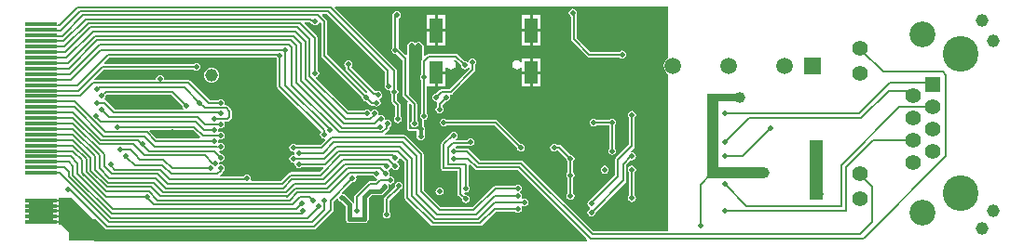
<source format=gbl>
G04*
G04 #@! TF.GenerationSoftware,Altium Limited,Altium Designer,18.1.7 (191)*
G04*
G04 Layer_Physical_Order=2*
G04 Layer_Color=16711680*
%FSLAX44Y44*%
%MOMM*%
G71*
G01*
G75*
%ADD11C,0.2000*%
%ADD13C,0.1500*%
%ADD88C,0.4000*%
%ADD125C,1.3980*%
%ADD126C,2.3550*%
%ADD127C,3.2500*%
%ADD128R,1.3980X1.3980*%
%ADD129C,1.5080*%
%ADD130R,1.5080X1.5080*%
%ADD131C,1.1520*%
%ADD132R,1.2000X2.0000*%
%ADD133R,1.2000X2.3000*%
%ADD134C,0.5080*%
%ADD135C,1.0000*%
%ADD136R,3.0000X0.3500*%
%ADD137R,3.2000X0.7000*%
%ADD138R,0.4000X0.9000*%
%ADD139R,1.5000X3.1000*%
%ADD140R,2.3000X2.1000*%
%ADD141R,1.0000X7.5000*%
%ADD142R,4.4000X1.0000*%
%ADD143R,1.3000X5.4000*%
%ADD144R,37.7000X1.0000*%
G36*
X399448Y454448D02*
X399451Y454446D01*
Y429000D01*
X399645Y428024D01*
X400198Y427198D01*
X438778Y388617D01*
X439448Y387552D01*
X438665Y386381D01*
X438391Y385000D01*
X438665Y383619D01*
X439448Y382448D01*
X440619Y381665D01*
X442000Y381391D01*
X442050Y381401D01*
X443481Y380390D01*
X443521Y380126D01*
X438944Y375549D01*
X416554D01*
X416552Y375552D01*
X415381Y376335D01*
X414000Y376609D01*
X412619Y376335D01*
X411448Y375552D01*
X410665Y374381D01*
X410391Y373000D01*
X410665Y371619D01*
X411448Y370448D01*
X412619Y369665D01*
X414000Y369391D01*
X414129Y369416D01*
X415118Y368545D01*
Y367455D01*
X414129Y366584D01*
X414000Y366609D01*
X412619Y366335D01*
X411448Y365552D01*
X410665Y364381D01*
X410391Y363000D01*
X410665Y361619D01*
X411448Y360448D01*
X412619Y359665D01*
X414000Y359391D01*
X414388Y359468D01*
X415468Y358388D01*
X415391Y358000D01*
X415665Y356619D01*
X416448Y355448D01*
X417619Y354665D01*
X419000Y354391D01*
X420381Y354665D01*
X421552Y355448D01*
X421554Y355451D01*
X441187D01*
X441673Y354278D01*
X437944Y350549D01*
X412000D01*
X411025Y350355D01*
X410198Y349802D01*
X402944Y342549D01*
X375971D01*
X375374Y343819D01*
X375609Y345000D01*
X375335Y346381D01*
X374552Y347552D01*
X373381Y348335D01*
X372000Y348609D01*
X370619Y348335D01*
X369448Y347552D01*
X368778Y346549D01*
X347950D01*
X347424Y347819D01*
X349802Y350198D01*
X350355Y351025D01*
X350422Y351361D01*
X350552Y351448D01*
X351335Y352619D01*
X351609Y354000D01*
X351335Y355381D01*
X350552Y356552D01*
X349381Y357335D01*
X348000Y357609D01*
X347612Y357532D01*
X346532Y358612D01*
X346609Y359000D01*
X346532Y359388D01*
X347612Y360468D01*
X348000Y360391D01*
X349381Y360665D01*
X350552Y361448D01*
X351335Y362619D01*
X351609Y364000D01*
X351335Y365381D01*
X350552Y366552D01*
X349381Y367335D01*
X348000Y367609D01*
X347996Y367609D01*
X346479Y369125D01*
X346519Y369390D01*
X347950Y370401D01*
X348000Y370391D01*
X349381Y370665D01*
X350552Y371448D01*
X351335Y372619D01*
X351609Y374000D01*
X351335Y375381D01*
X350552Y376552D01*
X349381Y377335D01*
X348000Y377609D01*
X346619Y377335D01*
X346505Y377259D01*
X345423Y378063D01*
X345609Y379000D01*
X345423Y379937D01*
X346505Y380741D01*
X346619Y380665D01*
X348000Y380391D01*
X349381Y380665D01*
X350552Y381448D01*
X351335Y382619D01*
X351609Y384000D01*
X351335Y385381D01*
X350552Y386552D01*
X349381Y387335D01*
X348000Y387609D01*
X346619Y387335D01*
X346505Y387259D01*
X345423Y388063D01*
X345609Y389000D01*
X345423Y389937D01*
X346505Y390741D01*
X346619Y390665D01*
X348000Y390391D01*
X349381Y390665D01*
X350552Y391448D01*
X351335Y392619D01*
X351609Y394000D01*
X351374Y395181D01*
X351971Y396451D01*
X354000D01*
X354976Y396645D01*
X355802Y397198D01*
X357802Y399198D01*
X358355Y400024D01*
X358549Y401000D01*
Y406000D01*
X358355Y406976D01*
X357802Y407802D01*
X354802Y410802D01*
X353975Y411355D01*
X353000Y411549D01*
X351970D01*
X351374Y412819D01*
X351609Y414000D01*
X351335Y415381D01*
X350552Y416552D01*
X349381Y417335D01*
X348000Y417609D01*
X346619Y417335D01*
X345448Y416552D01*
X345446Y416549D01*
X338056D01*
X320802Y433802D01*
X319975Y434355D01*
X319000Y434549D01*
X297616D01*
X296573Y435819D01*
X296609Y436000D01*
X296335Y437381D01*
X295552Y438552D01*
X294381Y439335D01*
X293000Y439609D01*
X291619Y439335D01*
X290448Y438552D01*
X289665Y437381D01*
X289391Y436000D01*
X289427Y435819D01*
X288384Y434549D01*
X233950D01*
X233424Y435819D01*
X242056Y444451D01*
X323446D01*
X323448Y444448D01*
X324619Y443665D01*
X326000Y443391D01*
X327381Y443665D01*
X328552Y444448D01*
X329335Y445619D01*
X329609Y447000D01*
X329335Y448381D01*
X328552Y449552D01*
X327381Y450335D01*
X326000Y450609D01*
X324619Y450335D01*
X323448Y449552D01*
X323446Y449549D01*
X242813D01*
X242327Y450722D01*
X247056Y455451D01*
X398778D01*
X399448Y454448D01*
D02*
G37*
G36*
X313391Y411004D02*
X313391Y411000D01*
X313665Y409619D01*
X314200Y408819D01*
X313717Y407638D01*
X313637Y407549D01*
X252056D01*
X243802Y415802D01*
X243089Y416279D01*
X242920Y416646D01*
X242721Y417701D01*
X243335Y418619D01*
X243609Y420000D01*
X243609Y420004D01*
X245056Y421451D01*
X302944D01*
X313391Y411004D01*
D02*
G37*
G36*
X755000Y502000D02*
Y455184D01*
X754893Y455140D01*
X753109Y453771D01*
X751740Y451987D01*
X750880Y449909D01*
X750586Y447680D01*
X750880Y445451D01*
X751740Y443373D01*
X753109Y441589D01*
X754893Y440220D01*
X755000Y440176D01*
X755000Y296549D01*
X687056D01*
X622802Y360802D01*
X621976Y361355D01*
X621000Y361549D01*
X621000Y361549D01*
X584056D01*
X573802Y371802D01*
X572976Y372355D01*
X572000Y372549D01*
X562601D01*
X561900Y373181D01*
X562226Y374451D01*
X574000D01*
X574348Y374520D01*
X575000Y374391D01*
X576381Y374665D01*
X577552Y375448D01*
X578335Y376619D01*
X578609Y378000D01*
X578335Y379381D01*
X577552Y380552D01*
X576381Y381335D01*
X575000Y381609D01*
X573619Y381335D01*
X572448Y380552D01*
X571777Y379549D01*
X561822D01*
X561762Y379701D01*
X561611Y380819D01*
X562552Y381448D01*
X563335Y382619D01*
X563609Y384000D01*
X563335Y385381D01*
X562552Y386552D01*
X561381Y387335D01*
X560000Y387609D01*
X558619Y387335D01*
X557448Y386552D01*
X556665Y385381D01*
X556638Y385243D01*
X549198Y377802D01*
X548645Y376976D01*
X548451Y376000D01*
Y354000D01*
X548645Y353025D01*
X549198Y352198D01*
X550025Y351645D01*
X551000Y351451D01*
X563451D01*
Y331000D01*
X563645Y330024D01*
X564198Y329198D01*
X567392Y326004D01*
X567391Y326000D01*
X567665Y324619D01*
X568448Y323448D01*
X569619Y322665D01*
X571000Y322391D01*
X572381Y322665D01*
X573552Y323448D01*
X574335Y324619D01*
X574609Y326000D01*
X574335Y327381D01*
X573552Y328552D01*
X572381Y329334D01*
X571000Y329609D01*
X570996Y329608D01*
X569479Y331125D01*
X569520Y331414D01*
X570916Y332407D01*
X571000Y332391D01*
X572381Y332665D01*
X573552Y333448D01*
X574335Y334619D01*
X574609Y336000D01*
X574335Y337381D01*
X573552Y338552D01*
X573549Y338554D01*
Y357050D01*
X574819Y357576D01*
X579198Y353198D01*
X580024Y352645D01*
X581000Y352451D01*
X617944D01*
X681375Y289020D01*
X680849Y287750D01*
X233000Y287750D01*
Y295000D01*
X211000Y295000D01*
X203000Y303000D01*
X201000D01*
Y327000D01*
X213000D01*
X233000Y307000D01*
Y307736D01*
X234173Y308222D01*
X243198Y299198D01*
X244025Y298645D01*
X245000Y298451D01*
X432839D01*
X433814Y298645D01*
X434641Y299198D01*
X449802Y314359D01*
X450355Y315186D01*
X450549Y316161D01*
Y323944D01*
X453180Y326575D01*
X454558Y326157D01*
X454665Y325619D01*
X455448Y324448D01*
X456619Y323665D01*
X457454Y323499D01*
X461431Y319522D01*
Y308000D01*
X461703Y306634D01*
X462477Y305477D01*
X463634Y304703D01*
X465000Y304431D01*
X479000D01*
X480366Y304703D01*
X481523Y305477D01*
X482297Y306634D01*
X482569Y308000D01*
Y326522D01*
X485478Y329431D01*
X493000D01*
X494366Y329703D01*
X495523Y330477D01*
X499378Y334332D01*
X499552Y334448D01*
X500335Y335619D01*
X500609Y337000D01*
X500335Y338381D01*
X500259Y338495D01*
X501063Y339577D01*
X502000Y339391D01*
X503381Y339665D01*
X504552Y340448D01*
X505335Y341619D01*
X505609Y343000D01*
X505335Y344381D01*
X504552Y345552D01*
X503381Y346335D01*
X502165Y346576D01*
X501704Y347155D01*
X501366Y347778D01*
X501609Y349000D01*
X501335Y350381D01*
X500637Y351425D01*
X500578Y351711D01*
X500777Y352930D01*
X501552Y353448D01*
X502335Y354619D01*
X502353Y354709D01*
X503647D01*
X503665Y354619D01*
X504448Y353448D01*
X505619Y352665D01*
X507000Y352391D01*
X508381Y352665D01*
X509552Y353448D01*
X510335Y354619D01*
X510609Y356000D01*
X510335Y357381D01*
X509552Y358552D01*
X508381Y359335D01*
X508291Y359353D01*
Y360647D01*
X508381Y360665D01*
X509552Y361448D01*
X510335Y362619D01*
X510442Y363157D01*
X511820Y363575D01*
X515451Y359944D01*
Y327000D01*
X515645Y326025D01*
X516198Y325198D01*
X539198Y302198D01*
X540024Y301645D01*
X541000Y301451D01*
X584000D01*
X584976Y301645D01*
X585802Y302198D01*
X598056Y314451D01*
X615446D01*
X615448Y314448D01*
X616619Y313665D01*
X618000Y313391D01*
X619381Y313665D01*
X620552Y314448D01*
X621335Y315619D01*
X621609Y317000D01*
X621335Y318381D01*
X622003Y319667D01*
X622423Y319796D01*
X622619Y319665D01*
X624000Y319391D01*
X625381Y319665D01*
X626552Y320448D01*
X627335Y321619D01*
X627609Y323000D01*
X627335Y324381D01*
X626552Y325552D01*
X625381Y326335D01*
X624000Y326609D01*
X622619Y326335D01*
X622423Y326204D01*
X622003Y326333D01*
X621335Y327619D01*
X621609Y329000D01*
X621335Y330381D01*
X620552Y331552D01*
X620277Y331736D01*
Y333264D01*
X620552Y333448D01*
X621335Y334619D01*
X621609Y336000D01*
X621335Y337381D01*
X620552Y338552D01*
X619381Y339335D01*
X618000Y339609D01*
X616619Y339335D01*
X615448Y338552D01*
X615446Y338549D01*
X598000D01*
X597024Y338355D01*
X596198Y337802D01*
X576944Y318549D01*
X548056D01*
X532549Y334056D01*
Y367000D01*
X532355Y367975D01*
X531802Y368802D01*
X516802Y383802D01*
X515975Y384355D01*
X515000Y384549D01*
X497950D01*
X497424Y385819D01*
X500802Y389198D01*
X501355Y390024D01*
X501549Y391000D01*
Y391777D01*
X502552Y392448D01*
X503335Y393619D01*
X503609Y395000D01*
X503335Y396381D01*
X502552Y397552D01*
X501381Y398335D01*
X500000Y398609D01*
X498778Y398366D01*
X498156Y398704D01*
X497576Y399165D01*
X497335Y400381D01*
X496552Y401552D01*
X495381Y402335D01*
X494000Y402609D01*
X492619Y402335D01*
X492505Y402259D01*
X491507Y403000D01*
X491437Y403132D01*
X491609Y404000D01*
X491335Y405381D01*
X490552Y406552D01*
X489381Y407335D01*
X488000Y407609D01*
X486619Y407335D01*
X485448Y406552D01*
X485264Y406277D01*
X483736D01*
X483552Y406552D01*
X482381Y407335D01*
X481000Y407609D01*
X479619Y407335D01*
X478448Y406552D01*
X478446Y406549D01*
X464056D01*
X434425Y436180D01*
X434843Y437558D01*
X435381Y437665D01*
X436552Y438448D01*
X437335Y439619D01*
X437609Y441000D01*
X437335Y442381D01*
X436552Y443552D01*
X436549Y443554D01*
Y473000D01*
X436355Y473975D01*
X435802Y474802D01*
X424183Y486422D01*
X424669Y487595D01*
X428800D01*
X430198Y486198D01*
X431025Y485645D01*
X431361Y485578D01*
X431448Y485448D01*
X432619Y484665D01*
X434000Y484391D01*
X435381Y484665D01*
X436552Y485448D01*
X437335Y486619D01*
X437379Y486843D01*
X438618Y487256D01*
X439451Y486576D01*
Y457000D01*
X439645Y456025D01*
X440198Y455198D01*
X476391Y419004D01*
X476391Y419000D01*
X476665Y417619D01*
X477448Y416448D01*
X478619Y415665D01*
X480000Y415391D01*
X480004Y415391D01*
X483198Y412198D01*
X484025Y411645D01*
X485000Y411451D01*
X487446D01*
X487448Y411448D01*
X488619Y410665D01*
X490000Y410391D01*
X491381Y410665D01*
X492552Y411448D01*
X493335Y412619D01*
X493609Y414000D01*
X493335Y415381D01*
X492637Y416425D01*
X492578Y416711D01*
X492777Y417930D01*
X493552Y418448D01*
X494335Y419619D01*
X494371Y419800D01*
X494855Y420524D01*
X495049Y421500D01*
X494855Y422475D01*
X494302Y423302D01*
X493802Y423802D01*
X492975Y424355D01*
X492000Y424549D01*
X491304D01*
X491000Y424609D01*
X490696Y424549D01*
X488056D01*
X467222Y445383D01*
X466552Y446448D01*
X467335Y447619D01*
X467609Y449000D01*
X467335Y450381D01*
X466552Y451552D01*
X465381Y452335D01*
X464000Y452609D01*
X462619Y452335D01*
X461448Y451552D01*
X460665Y450381D01*
X460391Y449000D01*
X460665Y447619D01*
X461448Y446448D01*
X461451Y446446D01*
Y445000D01*
X461645Y444025D01*
X462198Y443198D01*
X481521Y423875D01*
X481481Y423610D01*
X480050Y422599D01*
X480000Y422609D01*
X479996Y422609D01*
X444549Y458056D01*
Y488000D01*
X444355Y488975D01*
X443802Y489802D01*
X440135Y493470D01*
X440621Y494643D01*
X444752D01*
X497451Y441944D01*
Y429304D01*
X497391Y429000D01*
X497665Y427619D01*
X498448Y426448D01*
X499619Y425665D01*
X501000Y425391D01*
X501388Y425468D01*
X502468Y424388D01*
X502391Y424000D01*
X502665Y422619D01*
X503448Y421448D01*
X503451Y421446D01*
Y415000D01*
X503645Y414025D01*
X504198Y413198D01*
X506451Y410944D01*
Y401554D01*
X506448Y401552D01*
X505665Y400381D01*
X505391Y399000D01*
X505665Y397619D01*
X506448Y396448D01*
X507619Y395665D01*
X509000Y395391D01*
X510381Y395665D01*
X511552Y396448D01*
X512335Y397619D01*
X512609Y399000D01*
X512335Y400381D01*
X511552Y401552D01*
X511549Y401554D01*
Y412000D01*
X511355Y412976D01*
X510802Y413802D01*
X508549Y416056D01*
Y421446D01*
X508552Y421448D01*
X509335Y422619D01*
X509609Y424000D01*
X509335Y425381D01*
X508552Y426552D01*
X508549Y426554D01*
Y443000D01*
X508355Y443975D01*
X507802Y444802D01*
X451778Y500827D01*
X452264Y502000D01*
X755000Y502000D01*
D02*
G37*
G36*
X329576Y382819D02*
X329050Y381549D01*
X290056D01*
X283424Y388181D01*
X283950Y389451D01*
X322944D01*
X329576Y382819D01*
D02*
G37*
G36*
X487448Y346448D02*
X488619Y345665D01*
X490000Y345391D01*
X490613Y344218D01*
X488944Y342549D01*
X484000D01*
X483025Y342355D01*
X482198Y341802D01*
X470198Y329802D01*
X469645Y328975D01*
X469451Y328000D01*
Y322750D01*
X468881Y322561D01*
X468181Y322539D01*
X467523Y323523D01*
X461523Y329523D01*
X460366Y330297D01*
X459000Y330569D01*
X458969D01*
X458443Y331839D01*
X467996Y341391D01*
X468000Y341391D01*
X469381Y341665D01*
X470552Y342448D01*
X471335Y343619D01*
X471609Y345000D01*
X471374Y346181D01*
X471970Y347451D01*
X486777D01*
X487448Y346448D01*
D02*
G37*
%LPC*%
G36*
X340000Y445818D02*
X338235Y445586D01*
X336591Y444905D01*
X335179Y443821D01*
X334095Y442409D01*
X333414Y440765D01*
X333182Y439000D01*
X333414Y437235D01*
X334095Y435591D01*
X335179Y434179D01*
X336591Y433095D01*
X338235Y432414D01*
X340000Y432182D01*
X341765Y432414D01*
X343409Y433095D01*
X344821Y434179D01*
X345905Y435591D01*
X346586Y437235D01*
X346818Y439000D01*
X346586Y440765D01*
X345905Y442409D01*
X344821Y443821D01*
X343409Y444905D01*
X341765Y445586D01*
X340000Y445818D01*
D02*
G37*
G36*
X639040Y494040D02*
X631770D01*
Y481270D01*
X639040D01*
Y494040D01*
D02*
G37*
G36*
X552540D02*
X545270D01*
Y481270D01*
X552540D01*
Y494040D01*
D02*
G37*
G36*
X629230D02*
X621960D01*
Y481270D01*
X629230D01*
Y494040D01*
D02*
G37*
G36*
X542730D02*
X535460D01*
Y481270D01*
X542730D01*
Y494040D01*
D02*
G37*
G36*
X639040Y478730D02*
X631770D01*
Y465960D01*
X639040D01*
Y478730D01*
D02*
G37*
G36*
X629230D02*
X621960D01*
Y465960D01*
X629230D01*
Y478730D01*
D02*
G37*
G36*
X552540D02*
X545270D01*
Y465960D01*
X552540D01*
Y478730D01*
D02*
G37*
G36*
X542730D02*
X535460D01*
Y465960D01*
X542730D01*
Y478730D01*
D02*
G37*
G36*
X668000Y499609D02*
X666619Y499335D01*
X665448Y498552D01*
X664665Y497381D01*
X664391Y496000D01*
X664665Y494619D01*
X665448Y493448D01*
X666451Y492777D01*
Y472000D01*
X666645Y471025D01*
X667198Y470198D01*
X681198Y456198D01*
X682025Y455645D01*
X683000Y455451D01*
X710446D01*
X710448Y455448D01*
X711619Y454665D01*
X713000Y454391D01*
X714381Y454665D01*
X715552Y455448D01*
X716335Y456619D01*
X716609Y458000D01*
X716335Y459381D01*
X715552Y460552D01*
X714381Y461335D01*
X713000Y461609D01*
X711619Y461335D01*
X710448Y460552D01*
X710446Y460549D01*
X684056D01*
X671549Y473056D01*
Y495000D01*
X671480Y495348D01*
X671609Y496000D01*
X671335Y497381D01*
X670552Y498552D01*
X669381Y499335D01*
X668000Y499609D01*
D02*
G37*
G36*
X629230Y453940D02*
X621960D01*
Y451532D01*
X620690Y451146D01*
X620364Y451634D01*
X618958Y452573D01*
X617300Y452903D01*
X615642Y452573D01*
X614236Y451634D01*
X613297Y450228D01*
X612967Y448570D01*
X613297Y446912D01*
X614236Y445506D01*
X615642Y444566D01*
X617300Y444237D01*
X618958Y444566D01*
X620364Y445506D01*
X620690Y445994D01*
X621960Y445608D01*
Y442670D01*
X629230D01*
Y453940D01*
D02*
G37*
G36*
X639040D02*
X631770D01*
Y442670D01*
X639040D01*
Y453940D01*
D02*
G37*
G36*
Y440130D02*
X631770D01*
Y428860D01*
X639040D01*
Y440130D01*
D02*
G37*
G36*
X629230D02*
X621960D01*
Y428860D01*
X629230D01*
Y440130D01*
D02*
G37*
G36*
X552540D02*
X545270D01*
Y428860D01*
X552540D01*
Y440130D01*
D02*
G37*
G36*
X508000Y497609D02*
X506619Y497335D01*
X505448Y496552D01*
X504665Y495381D01*
X504391Y494000D01*
X504520Y493348D01*
X504451Y493000D01*
Y464554D01*
X504448Y464552D01*
X503665Y463381D01*
X503391Y462000D01*
X503665Y460619D01*
X504448Y459448D01*
X505619Y458665D01*
X507000Y458391D01*
X507838Y458557D01*
X513451Y452944D01*
Y421000D01*
X513645Y420024D01*
X514198Y419198D01*
X518214Y415181D01*
X517852Y413884D01*
X517728Y413586D01*
X517500Y413357D01*
Y413034D01*
X517376Y412736D01*
Y390000D01*
X517852Y388852D01*
X519000Y388376D01*
X526376Y388376D01*
Y382000D01*
X526852Y380852D01*
X527303Y380665D01*
X527448Y380448D01*
X528619Y379665D01*
X530000Y379391D01*
X531381Y379665D01*
X532552Y380448D01*
X532698Y380665D01*
X533148Y380852D01*
X533624Y382000D01*
Y391000D01*
X533148Y392148D01*
X532698Y392335D01*
X532623Y392445D01*
Y398082D01*
X533000Y398391D01*
X534381Y398665D01*
X535552Y399448D01*
X536335Y400619D01*
X536609Y402000D01*
X536335Y403381D01*
X535552Y404552D01*
X535549Y404554D01*
Y428860D01*
X542730D01*
Y441400D01*
X544000D01*
Y442670D01*
X552540D01*
Y445758D01*
X553810Y446143D01*
X554236Y445506D01*
X555642Y444566D01*
X557300Y444237D01*
X558958Y444566D01*
X560364Y445506D01*
X561303Y446912D01*
X561633Y448570D01*
X561303Y450228D01*
X560364Y451634D01*
X560052Y451843D01*
X560359Y453165D01*
X561128Y453267D01*
X566391Y448004D01*
X566391Y448000D01*
X566665Y446619D01*
X567448Y445448D01*
X568619Y444665D01*
X570000Y444391D01*
X571381Y444665D01*
X572552Y445448D01*
X573053Y446198D01*
X574313Y446065D01*
X574398Y445003D01*
X555944Y426549D01*
X549000D01*
X548024Y426355D01*
X547198Y425802D01*
X544004Y422609D01*
X544000Y422609D01*
X542619Y422335D01*
X541448Y421552D01*
X540665Y420381D01*
X540391Y419000D01*
X540665Y417619D01*
X541448Y416448D01*
X542619Y415665D01*
X544000Y415391D01*
X544073Y415405D01*
X544837Y414262D01*
X544645Y413975D01*
X544451Y413000D01*
Y410554D01*
X544448Y410552D01*
X543665Y409381D01*
X543391Y408000D01*
X543665Y406619D01*
X544448Y405448D01*
X545619Y404665D01*
X547000Y404391D01*
X548381Y404665D01*
X549552Y405448D01*
X550335Y406619D01*
X550609Y408000D01*
X550335Y409381D01*
X549552Y410552D01*
X549549Y410554D01*
Y411944D01*
X552996Y415391D01*
X553000Y415391D01*
X554381Y415665D01*
X555552Y416448D01*
X556335Y417619D01*
X556609Y419000D01*
X556374Y420181D01*
X556722Y420922D01*
X557130Y421477D01*
X557975Y421645D01*
X558802Y422198D01*
X578802Y442198D01*
X579355Y443025D01*
X579549Y444000D01*
Y448446D01*
X579552Y448448D01*
X580335Y449619D01*
X580609Y451000D01*
X580335Y452381D01*
X579552Y453552D01*
X578381Y454335D01*
X577000Y454609D01*
X575619Y454335D01*
X574448Y453552D01*
X573665Y452381D01*
X573461Y451356D01*
X573375Y451279D01*
X572465Y450862D01*
X572158Y450816D01*
X571381Y451335D01*
X570000Y451609D01*
X569996Y451609D01*
X563802Y457802D01*
X562976Y458355D01*
X562000Y458549D01*
X537000D01*
X536025Y458355D01*
X535198Y457802D01*
X533797Y456402D01*
X532624Y456888D01*
Y466000D01*
X532148Y467148D01*
X531239Y467525D01*
X530552Y468552D01*
X529381Y469335D01*
X528000Y469609D01*
X526619Y469335D01*
X525885Y468844D01*
X525000Y468650D01*
X524115Y468844D01*
X523381Y469335D01*
X522000Y469609D01*
X520619Y469335D01*
X519448Y468552D01*
X518761Y467525D01*
X517852Y467148D01*
X517376Y466000D01*
Y457888D01*
X516203Y457402D01*
X510362Y463243D01*
X510335Y463381D01*
X509552Y464552D01*
X509549Y464554D01*
Y490778D01*
X510552Y491448D01*
X511335Y492619D01*
X511609Y494000D01*
X511335Y495381D01*
X510552Y496552D01*
X509381Y497335D01*
X508000Y497609D01*
D02*
G37*
G36*
X704000Y399609D02*
X702619Y399335D01*
X701448Y398552D01*
X701446Y398549D01*
X689554D01*
X689552Y398552D01*
X688381Y399335D01*
X687000Y399609D01*
X685619Y399335D01*
X684448Y398552D01*
X683665Y397381D01*
X683391Y396000D01*
X683665Y394619D01*
X684448Y393448D01*
X685619Y392665D01*
X687000Y392391D01*
X688381Y392665D01*
X689552Y393448D01*
X689554Y393451D01*
X701446D01*
X701448Y393448D01*
X701451Y393446D01*
Y372554D01*
X701448Y372552D01*
X700665Y371381D01*
X700391Y370000D01*
X700665Y368619D01*
X701448Y367448D01*
X702619Y366665D01*
X704000Y366391D01*
X705381Y366665D01*
X706552Y367448D01*
X707335Y368619D01*
X707609Y370000D01*
X707335Y371381D01*
X706552Y372552D01*
X706549Y372554D01*
Y393446D01*
X706552Y393448D01*
X707335Y394619D01*
X707609Y396000D01*
X707335Y397381D01*
X706552Y398552D01*
X705381Y399335D01*
X704000Y399609D01*
D02*
G37*
G36*
X551000D02*
X549619Y399335D01*
X548448Y398552D01*
X547665Y397381D01*
X547391Y396000D01*
X547665Y394619D01*
X548448Y393448D01*
X549619Y392665D01*
X551000Y392391D01*
X552381Y392665D01*
X553552Y393448D01*
X553554Y393451D01*
X596944D01*
X617391Y373004D01*
X617391Y373000D01*
X617665Y371619D01*
X618448Y370448D01*
X619619Y369665D01*
X621000Y369391D01*
X622381Y369665D01*
X623552Y370448D01*
X624335Y371619D01*
X624609Y373000D01*
X624335Y374381D01*
X623552Y375552D01*
X622381Y376335D01*
X621000Y376609D01*
X620996Y376609D01*
X599802Y397802D01*
X598975Y398355D01*
X598000Y398549D01*
X553554D01*
X553552Y398552D01*
X552381Y399335D01*
X551000Y399609D01*
D02*
G37*
G36*
X722000Y406609D02*
X720619Y406334D01*
X719448Y405552D01*
X718665Y404381D01*
X718391Y403000D01*
X718665Y401619D01*
X719448Y400448D01*
X719451Y400446D01*
Y376056D01*
X707198Y363802D01*
X706645Y362975D01*
X706451Y362000D01*
Y348056D01*
X683757Y325362D01*
X683619Y325335D01*
X682448Y324552D01*
X681665Y323381D01*
X681391Y322000D01*
X681665Y320619D01*
X682448Y319448D01*
X683619Y318665D01*
X683709Y318647D01*
Y317353D01*
X683619Y317335D01*
X682448Y316552D01*
X681665Y315381D01*
X681391Y314000D01*
X681665Y312619D01*
X682448Y311448D01*
X683619Y310665D01*
X685000Y310391D01*
X686381Y310665D01*
X687552Y311448D01*
X688335Y312619D01*
X688609Y314000D01*
X688609Y314004D01*
X715802Y341198D01*
X716355Y342025D01*
X716549Y343000D01*
Y356944D01*
X721162Y361557D01*
X722000Y361391D01*
X723381Y361665D01*
X724552Y362448D01*
X725335Y363619D01*
X725609Y365000D01*
X725335Y366381D01*
X724552Y367552D01*
X723381Y368335D01*
X722000Y368609D01*
X721950Y368599D01*
X720519Y369609D01*
X720479Y369874D01*
X723802Y373198D01*
X724355Y374025D01*
X724549Y375000D01*
Y400446D01*
X724552Y400448D01*
X725335Y401619D01*
X725609Y403000D01*
X725335Y404381D01*
X724552Y405552D01*
X723381Y406334D01*
X722000Y406609D01*
D02*
G37*
G36*
Y356609D02*
X721348Y356480D01*
X721000Y356549D01*
X720025Y356355D01*
X719198Y355802D01*
X718645Y354975D01*
X718451Y354000D01*
Y353303D01*
X718391Y353000D01*
X718665Y351619D01*
X719448Y350448D01*
X719451Y350446D01*
Y329554D01*
X719448Y329552D01*
X718665Y328381D01*
X718391Y327000D01*
X718665Y325619D01*
X719448Y324448D01*
X720619Y323665D01*
X722000Y323391D01*
X723381Y323665D01*
X724552Y324448D01*
X725335Y325619D01*
X725609Y327000D01*
X725335Y328381D01*
X724552Y329552D01*
X724549Y329554D01*
Y350446D01*
X724552Y350448D01*
X725335Y351619D01*
X725609Y353000D01*
X725335Y354381D01*
X724552Y355552D01*
X723381Y356334D01*
X722000Y356609D01*
D02*
G37*
G36*
X697000D02*
X695619Y356334D01*
X694448Y355552D01*
X693665Y354381D01*
X693391Y353000D01*
X693665Y351619D01*
X694448Y350448D01*
X695619Y349665D01*
X697000Y349391D01*
X698381Y349665D01*
X699552Y350448D01*
X700335Y351619D01*
X700609Y353000D01*
X700335Y354381D01*
X699552Y355552D01*
X698381Y356334D01*
X697000Y356609D01*
D02*
G37*
G36*
X547000Y336609D02*
X545619Y336335D01*
X544448Y335552D01*
X543665Y334381D01*
X543391Y333000D01*
X543665Y331619D01*
X544448Y330448D01*
X545619Y329665D01*
X547000Y329391D01*
X548381Y329665D01*
X549552Y330448D01*
X550335Y331619D01*
X550609Y333000D01*
X550335Y334381D01*
X549552Y335552D01*
X548381Y336335D01*
X547000Y336609D01*
D02*
G37*
G36*
X651000Y376609D02*
X649619Y376335D01*
X648448Y375552D01*
X647665Y374381D01*
X647391Y373000D01*
X647665Y371619D01*
X648448Y370448D01*
X649619Y369665D01*
X651000Y369391D01*
X652381Y369665D01*
X653552Y370448D01*
X653554Y370451D01*
X654944D01*
X662392Y363004D01*
X662391Y363000D01*
X662665Y361619D01*
X663448Y360448D01*
X663451Y360446D01*
Y350554D01*
X663448Y350552D01*
X662665Y349381D01*
X662391Y348000D01*
X662665Y346619D01*
X663448Y345448D01*
X663451Y345446D01*
Y331554D01*
X663448Y331552D01*
X662665Y330381D01*
X662391Y329000D01*
X662665Y327619D01*
X663448Y326448D01*
X664619Y325665D01*
X666000Y325391D01*
X667381Y325665D01*
X668552Y326448D01*
X669335Y327619D01*
X669609Y329000D01*
X669335Y330381D01*
X668552Y331552D01*
X668549Y331554D01*
Y345446D01*
X668552Y345448D01*
X669335Y346619D01*
X669609Y348000D01*
X669335Y349381D01*
X668552Y350552D01*
X668549Y350554D01*
Y360446D01*
X668552Y360448D01*
X669335Y361619D01*
X669609Y363000D01*
X669335Y364381D01*
X668552Y365552D01*
X667381Y366334D01*
X666000Y366609D01*
X665996Y366609D01*
X657802Y374802D01*
X656975Y375355D01*
X656000Y375549D01*
X653554D01*
X653552Y375552D01*
X652381Y376335D01*
X651000Y376609D01*
D02*
G37*
G36*
X510000Y341609D02*
X508619Y341335D01*
X507448Y340552D01*
X506665Y339381D01*
X506391Y338000D01*
X506557Y337162D01*
X497198Y327802D01*
X496645Y326975D01*
X496451Y326000D01*
Y314554D01*
X496448Y314552D01*
X495665Y313381D01*
X495391Y312000D01*
X495665Y310619D01*
X496448Y309448D01*
X497619Y308665D01*
X499000Y308391D01*
X500381Y308665D01*
X501552Y309448D01*
X502335Y310619D01*
X502609Y312000D01*
X502335Y313381D01*
X501552Y314552D01*
X501549Y314554D01*
Y324944D01*
X510802Y334198D01*
X511074Y334604D01*
X511381Y334665D01*
X512552Y335448D01*
X513335Y336619D01*
X513609Y338000D01*
X513335Y339381D01*
X512552Y340552D01*
X511381Y341335D01*
X510000Y341609D01*
D02*
G37*
%LPD*%
G36*
X531000Y453507D02*
X530645Y452976D01*
X530451Y452000D01*
Y439554D01*
X530448Y439552D01*
X529665Y438381D01*
X529391Y437000D01*
X529665Y435619D01*
X530448Y434448D01*
X530451Y434446D01*
Y404554D01*
X530448Y404552D01*
X529665Y403381D01*
X529391Y402000D01*
X529665Y400619D01*
X530448Y399448D01*
X531000Y399079D01*
Y390000D01*
X519000Y390000D01*
Y412736D01*
X520173Y413222D01*
X521451Y411944D01*
Y397554D01*
X521448Y397552D01*
X520665Y396381D01*
X520391Y395000D01*
X520665Y393619D01*
X521448Y392448D01*
X522619Y391665D01*
X524000Y391391D01*
X525381Y391665D01*
X526552Y392448D01*
X527335Y393619D01*
X527609Y395000D01*
X527335Y396381D01*
X526552Y397552D01*
X526549Y397554D01*
Y413000D01*
X526355Y413975D01*
X525802Y414802D01*
X519000Y421605D01*
Y466000D01*
X531000Y466000D01*
Y453507D01*
D02*
G37*
D11*
X462000Y461000D02*
X463000Y462000D01*
X533000Y437000D02*
Y446000D01*
Y452000D01*
X569000Y449000D02*
X570000D01*
X533000Y452000D02*
X537000Y456000D01*
X533000Y402000D02*
Y437000D01*
X506000Y415000D02*
X509000Y412000D01*
Y399000D02*
Y412000D01*
X506000Y415000D02*
Y424000D01*
X524000Y395000D02*
Y413000D01*
X516000Y421000D02*
X524000Y413000D01*
X516000Y421000D02*
Y454000D01*
X794000Y349000D02*
Y362000D01*
X784000Y339000D02*
X794000Y349000D01*
X784000Y302000D02*
Y339000D01*
X442000Y386000D02*
Y389000D01*
X402000Y429000D02*
X442000Y389000D01*
X402000Y429000D02*
Y457000D01*
X447000Y389000D02*
Y390000D01*
X407000Y430000D02*
X447000Y390000D01*
X407000Y430000D02*
Y461000D01*
X537000Y456000D02*
X562000D01*
X668000Y496000D02*
X669000Y495000D01*
Y472000D02*
Y495000D01*
Y472000D02*
X683000Y458000D01*
X713000D01*
X806000Y365000D02*
X822000D01*
X805000D02*
X806000D01*
X822000D02*
X848000Y391000D01*
X974000Y425000D02*
X978000Y421000D01*
X930000Y400000D02*
X955000Y425000D01*
X903000Y400000D02*
X930000D01*
X828000D02*
X903000D01*
X806000Y378000D02*
X828000Y400000D01*
X990000Y432000D02*
X992000Y434000D01*
X928000Y404000D02*
X956000Y432000D01*
X806000Y404000D02*
X928000D01*
X965000Y410000D02*
X997000D01*
X912000Y320000D02*
Y357000D01*
X826000Y320000D02*
X912000D01*
X806000Y340000D02*
X826000Y320000D01*
X916000Y315000D02*
Y355000D01*
X806000Y315000D02*
X916000D01*
X965000Y410000D02*
X965000D01*
X912000Y357000D02*
X965000Y410000D01*
X916000Y355000D02*
X941000Y380000D01*
X928000Y349000D02*
X940000Y337000D01*
Y305000D02*
Y337000D01*
X929000Y294000D02*
X940000Y305000D01*
X898000Y294000D02*
X929000D01*
X894000D02*
X898000D01*
X686000Y294000D02*
X898000Y294000D01*
X254000Y392000D02*
X324000D01*
X273000Y380000D02*
X283000Y370000D01*
X251000Y405000D02*
X348000D01*
X242000Y414000D02*
X251000Y405000D01*
X236000Y414000D02*
X242000D01*
X236000Y426000D02*
X238000Y428000D01*
X315000D02*
X329000Y414000D01*
X238000Y428000D02*
X315000D01*
X304000Y424000D02*
X317000Y411000D01*
X244000Y424000D02*
X304000D01*
X240000Y420000D02*
X244000Y424000D01*
X317000Y411000D02*
X317000D01*
X247000Y401000D02*
X327000D01*
X240000Y408000D02*
X247000Y401000D01*
X236000Y400000D02*
Y402000D01*
X239000Y397000D02*
X325000D01*
X236000Y400000D02*
X239000Y397000D01*
X329000Y414000D02*
X334000Y409000D01*
X319000Y432000D02*
X337000Y414000D01*
X293000Y432000D02*
X319000D01*
X293000D02*
Y436000D01*
X232000Y432000D02*
X293000D01*
X241000Y447000D02*
X326000D01*
X246000Y458000D02*
X401000D01*
X218000Y430000D02*
X246000Y458000D01*
X239000Y380000D02*
X273000D01*
X214000Y405000D02*
X239000Y380000D01*
Y462000D02*
X407000D01*
X315000Y387000D02*
X316000Y386000D01*
X304000Y387000D02*
X315000D01*
X332000Y384000D02*
X347000D01*
X324000Y392000D02*
X332000Y384000D01*
X333000Y389000D02*
X340000D01*
X325000Y397000D02*
X333000Y389000D01*
X289000Y379000D02*
X341000D01*
X281000Y387000D02*
X289000Y379000D01*
X243000Y387000D02*
X281000D01*
X261000Y364000D02*
X263000D01*
X348000Y352000D02*
Y354000D01*
X345000Y349000D02*
X348000Y352000D01*
X303000Y349000D02*
X345000D01*
X270000Y357000D02*
X295000D01*
X263000Y364000D02*
X270000Y357000D01*
X266000Y371000D02*
X270000Y367000D01*
X257000Y371000D02*
X266000D01*
X241500Y383500D02*
X278500D01*
X215000Y410000D02*
X241500Y383500D01*
X198000Y410000D02*
X215000D01*
X197000Y405000D02*
X214000D01*
X272484Y372516D02*
X279000Y366000D01*
X238000Y376000D02*
X269000D01*
X214000Y400000D02*
X238000Y376000D01*
X196000Y400000D02*
X214000D01*
X242000Y356000D02*
Y367000D01*
X214000Y395000D02*
X242000Y367000D01*
X197000Y395000D02*
X214000D01*
X215000Y415000D02*
X243000Y387000D01*
X196000Y415000D02*
X215000D01*
X275000Y362000D02*
X296000D01*
X270000Y367000D02*
X275000Y362000D01*
X270000Y367000D02*
X270000D01*
X304000Y354000D02*
X338000D01*
X401000Y458000D02*
X402000Y457000D01*
X219000Y425000D02*
X241000Y447000D01*
X341000Y452000D02*
X342000Y451000D01*
X306000Y452000D02*
X341000D01*
X515000Y382000D02*
X530000Y367000D01*
Y333000D02*
Y367000D01*
Y333000D02*
X547000Y316000D01*
X513000Y378000D02*
X526000Y365000D01*
Y331000D02*
Y365000D01*
Y331000D02*
X545000Y312000D01*
X511000Y374000D02*
X522000Y363000D01*
Y329000D02*
Y363000D01*
Y329000D02*
X543000Y308000D01*
X509000Y370000D02*
X518000Y361000D01*
Y327000D02*
Y361000D01*
Y327000D02*
X541000Y304000D01*
X449000Y382000D02*
X515000D01*
X451000Y378000D02*
X513000D01*
X453000Y374000D02*
X511000D01*
X455000Y370000D02*
X509000D01*
X399000Y425000D02*
X405000Y419000D01*
Y384000D02*
Y419000D01*
X487000Y422000D02*
X492000D01*
X492500Y421500D01*
X499000Y326000D02*
X509000Y336000D01*
X499000Y313000D02*
Y326000D01*
X540000Y347000D02*
X561000D01*
X547000Y408000D02*
Y413000D01*
X553000Y419000D01*
X492000Y421000D02*
X492500Y421500D01*
X491000Y421000D02*
X492000D01*
X464000Y445000D02*
X487000Y422000D01*
X464000Y445000D02*
Y449000D01*
X499000Y393000D02*
X500000Y394000D01*
X499000Y391000D02*
Y393000D01*
X495000Y387000D02*
X499000Y391000D01*
X500000Y394000D02*
Y395000D01*
X493000Y343000D02*
X502000D01*
X490000Y340000D02*
X493000Y343000D01*
X561000Y347000D02*
X561000D01*
Y347000D02*
Y347000D01*
Y328000D02*
Y347000D01*
X578000Y316000D02*
X598000Y336000D01*
X547000Y316000D02*
X578000D01*
X580000Y312000D02*
X597000Y329000D01*
X545000Y312000D02*
X580000D01*
X582000Y308000D02*
X597000Y323000D01*
X543000Y308000D02*
X582000D01*
X584000Y304000D02*
X597000Y317000D01*
X541000Y304000D02*
X584000D01*
X597000Y317000D02*
X618000D01*
X597000Y323000D02*
X623000D01*
X597000Y329000D02*
X617000D01*
X598000Y336000D02*
X618000D01*
X561000Y328000D02*
X568000Y321000D01*
X576000D01*
X603000Y348000D02*
X604000D01*
X576000Y321000D02*
X603000Y348000D01*
X210000Y336000D02*
X245000Y301000D01*
X533000Y401000D02*
Y402000D01*
X687000Y396000D02*
X704000D01*
X704000Y370000D02*
Y397000D01*
X459000Y362000D02*
X501000D01*
X459000Y362000D02*
Y362000D01*
X441000Y344000D02*
X459000Y362000D01*
X440000Y373000D02*
X449000Y382000D01*
X441000Y368000D02*
X451000Y378000D01*
X442000Y363000D02*
X453000Y374000D01*
X443000Y358000D02*
X455000Y370000D01*
X461000Y358000D02*
X497000D01*
X499000Y356000D01*
X506000Y364000D02*
X507000D01*
X504000Y366000D02*
X506000Y364000D01*
X457000Y366000D02*
X504000D01*
X501000Y362000D02*
X507000Y356000D01*
X498000Y349000D02*
Y349000D01*
X493000Y354000D02*
X498000Y349000D01*
X463000Y354000D02*
X493000D01*
X456000Y387000D02*
X495000D01*
X413000Y430000D02*
X456000Y387000D01*
X439000Y348000D02*
X457000Y366000D01*
X414000Y373000D02*
X440000D01*
X419000Y368000D02*
X441000D01*
X414000Y363000D02*
X442000D01*
X419000Y358000D02*
X443000D01*
X412000Y348000D02*
X439000D01*
X413000Y344000D02*
X441000D01*
X443000Y340000D02*
X461000Y358000D01*
X415000Y340000D02*
X443000D01*
X445000Y336000D02*
X463000Y354000D01*
X416000Y336000D02*
X445000D01*
X465000Y350000D02*
X489000D01*
X447000Y332000D02*
X465000Y350000D01*
X418000Y332000D02*
X447000D01*
X448000Y325000D02*
X468000Y345000D01*
X448000Y316161D02*
Y325000D01*
X489000Y350000D02*
X490000Y349000D01*
X492500Y399500D02*
X493000Y399000D01*
X488000Y395000D02*
X492500Y399500D01*
X460000Y395000D02*
X488000D01*
X493000Y399000D02*
X494000D01*
X493000Y392000D02*
Y393000D01*
X491000Y391000D02*
X493000Y393000D01*
X488000Y403000D02*
Y404000D01*
X484000Y399000D02*
X488000Y403000D01*
X458000Y391000D02*
X491000D01*
X484000Y340000D02*
X490000D01*
X472000Y328000D02*
X484000Y340000D01*
X417000Y432000D02*
X458000Y391000D01*
X421000Y434000D02*
X460000Y395000D01*
X462000Y399000D02*
X484000D01*
X463000Y404000D02*
X481000D01*
X404000Y340000D02*
X412000Y348000D01*
X405000Y336000D02*
X413000Y344000D01*
X407144Y332144D02*
X415000Y340000D01*
X408500Y328500D02*
X416000Y336000D01*
X411000Y325000D02*
X418000Y332000D01*
X411000Y325000D02*
Y325096D01*
X290904D02*
X411000D01*
X295856Y332144D02*
X407144D01*
X298000Y336000D02*
X405000D01*
X300000Y340000D02*
X404000D01*
X555000Y373000D02*
X559000Y377000D01*
X555000Y358000D02*
Y373000D01*
X559000Y384000D02*
X560000D01*
X551000Y376000D02*
X559000Y384000D01*
X551000Y354000D02*
Y376000D01*
X621000Y359000D02*
X686000Y294000D01*
X621000Y359000D02*
Y359000D01*
X583000Y359000D02*
X621000D01*
X561000Y364000D02*
X562000Y363000D01*
X684000Y290000D02*
X932000Y290000D01*
X619000Y355000D02*
X684000Y290000D01*
X581000Y355000D02*
X619000D01*
X472000Y315000D02*
Y328000D01*
X499000Y312000D02*
Y313000D01*
X714000Y343000D02*
Y358000D01*
X685000Y314000D02*
X714000Y343000D01*
X721000Y403000D02*
X722000Y402000D01*
X709000Y347000D02*
Y362000D01*
X685000Y323000D02*
X709000Y347000D01*
X721000Y353000D02*
Y354000D01*
X507000Y462000D02*
Y493000D01*
X220000Y420000D02*
X232000Y432000D01*
X212000Y435000D02*
X239000Y462000D01*
X197000Y435000D02*
X212000D01*
X238000Y467000D02*
X410000D01*
X211000Y440000D02*
X238000Y467000D01*
X199000Y440000D02*
X211000D01*
X236000Y471000D02*
X412000D01*
X210000Y445000D02*
X236000Y471000D01*
X195500Y445000D02*
X210000D01*
X234000Y475000D02*
X414000D01*
X209000Y450000D02*
X234000Y475000D01*
X195500Y450000D02*
X209000D01*
X232000Y479000D02*
X415572D01*
X208000Y455000D02*
X232000Y479000D01*
X196500Y455000D02*
X208000D01*
X196500Y460000D02*
X207000D01*
X230096Y483096D02*
X417904D01*
X207000Y460000D02*
X230096Y483096D01*
X433000Y441000D02*
X434000Y442000D01*
X227620Y486620D02*
X420380D01*
X206000Y465000D02*
X227620Y486620D01*
X193000Y465000D02*
X206000D01*
X225144Y490144D02*
X429856D01*
X205000Y470000D02*
X225144Y490144D01*
X197500Y470000D02*
X205000D01*
X222668Y493668D02*
X436332D01*
X204000Y475000D02*
X222668Y493668D01*
X198500Y475000D02*
X204000D01*
X500000Y429000D02*
Y443000D01*
X220192Y497192D02*
X445808D01*
X203000Y480000D02*
X220192Y497192D01*
X198500Y480000D02*
X203000D01*
X218000Y501000D02*
X448000D01*
X202000Y485000D02*
X218000Y501000D01*
X200000Y485000D02*
X202000D01*
X337000Y414000D02*
X347000D01*
X334000Y409000D02*
X353000D01*
X508000Y462000D02*
X516000Y454000D01*
X506000Y424000D02*
Y443000D01*
X448000Y501000D02*
X506000Y443000D01*
X507000Y462000D02*
X508000D01*
X436332Y493668D02*
X442000Y488000D01*
Y457000D02*
Y488000D01*
Y457000D02*
X480000Y419000D01*
X485000Y414000D02*
X490000D01*
X480000Y419000D02*
X485000Y414000D01*
X544000Y419000D02*
X549000Y424000D01*
X445808Y497192D02*
X500000Y443000D01*
X481000Y454000D02*
X494000Y441000D01*
X473000Y462000D02*
X481000Y454000D01*
X463000Y462000D02*
X473000D01*
X462000Y461000D02*
Y462000D01*
X432000Y488000D02*
X434000D01*
X429856Y490144D02*
X432000Y488000D01*
X427000Y309000D02*
X437000Y319000D01*
X248000Y309000D02*
X427000D01*
X442000Y316000D02*
Y325000D01*
X431000Y305000D02*
X442000Y316000D01*
X247000Y305000D02*
X431000D01*
X432839Y301000D02*
X448000Y316161D01*
X499000Y313000D02*
X499076Y312994D01*
X399000Y425000D02*
X400000Y426000D01*
X185750Y420000D02*
X220000D01*
X198000Y425000D02*
X219000D01*
X198000Y430000D02*
X218000D01*
X415572Y479000D02*
X425000Y469572D01*
X244000Y328000D02*
X281000D01*
X222000Y350000D02*
X244000Y328000D01*
X293000Y353000D02*
X302000Y344000D01*
X252000Y353000D02*
X293000D01*
X248000Y357000D02*
X252000Y353000D01*
X291000Y349000D02*
X300000Y340000D01*
X249000Y349000D02*
X291000D01*
X242000Y356000D02*
X249000Y349000D01*
X289000Y345000D02*
X298000Y336000D01*
X247000Y345000D02*
X289000D01*
X238000Y354000D02*
X247000Y345000D01*
X287000Y341000D02*
X295856Y332144D01*
X246000Y341000D02*
X287000D01*
X234000Y353000D02*
X246000Y341000D01*
X285000Y337000D02*
X293380Y328620D01*
X245000Y337000D02*
X285000D01*
X230000Y352000D02*
X245000Y337000D01*
X283000Y333000D02*
X290904Y325096D01*
X244000Y333000D02*
X283000D01*
X226000Y351000D02*
X244000Y333000D01*
X281000Y327000D02*
Y328000D01*
X334000Y394000D02*
X347000D01*
X327000Y401000D02*
X334000Y394000D01*
X296000Y362000D02*
X304000Y354000D01*
X295000Y357000D02*
X303000Y349000D01*
X302000Y344000D02*
X371000D01*
X372000Y345000D01*
X434000Y442000D02*
Y473000D01*
X420380Y486620D02*
X434000Y473000D01*
X429000Y438000D02*
Y472000D01*
X417904Y483096D02*
X429000Y472000D01*
X425000Y436000D02*
Y469572D01*
X421000Y434000D02*
Y468000D01*
X414000Y475000D02*
X421000Y468000D01*
X417000Y432000D02*
Y466000D01*
X412000Y471000D02*
X417000Y466000D01*
X413000Y430000D02*
Y464000D01*
X413000D02*
X413000D01*
X410000Y467000D02*
X413000Y464000D01*
X293380Y328620D02*
X408000D01*
X286904Y321096D02*
X385096D01*
X281000Y327000D02*
X286904Y321096D01*
X334000Y366000D02*
X341000Y359000D01*
X279000Y366000D02*
X334000D01*
X342000Y370000D02*
X348000Y364000D01*
X283000Y370000D02*
X342000D01*
X250000Y317000D02*
X417000D01*
X218000Y349000D02*
X250000Y317000D01*
X214000Y348000D02*
X249000Y313000D01*
X210000Y347000D02*
X248000Y309000D01*
X202000Y350000D02*
X247000Y305000D01*
X417000Y317000D02*
X418000Y318000D01*
X245000Y301000D02*
X432839D01*
X248000Y357000D02*
Y358000D01*
X425000Y436000D02*
X462000Y399000D01*
X429000Y438000D02*
X463000Y404000D01*
X402000Y457000D02*
Y458000D01*
X342000Y399000D02*
X354000D01*
X341000D02*
X342000D01*
X354000D02*
X356000Y401000D01*
Y406000D01*
X353000Y409000D02*
X356000Y406000D01*
X343000Y359000D02*
Y359000D01*
X288000Y374000D02*
X345000D01*
X385096Y321096D02*
X413096D01*
X385000Y321000D02*
X385096Y321096D01*
X278500Y383500D02*
X288000Y374000D01*
X197274Y325000D02*
X203967D01*
X197000Y350000D02*
X202000D01*
X210000Y347000D02*
Y351000D01*
X206000Y355000D02*
X210000Y351000D01*
X197000Y355000D02*
X206000D01*
X198000Y360000D02*
X210000D01*
X214000Y348000D02*
Y356000D01*
X210000Y360000D02*
X214000Y356000D01*
X218000Y349000D02*
Y359000D01*
X212000Y365000D02*
X218000Y359000D01*
X196000Y365000D02*
X212000D01*
X222000Y350000D02*
X224000Y348000D01*
X222000Y350000D02*
Y350000D01*
X226000Y351000D02*
Y363000D01*
X230000Y352000D02*
Y364000D01*
X234000Y353000D02*
Y365000D01*
X214000Y370000D02*
X222000Y362000D01*
Y350000D02*
Y362000D01*
X214000Y375000D02*
X226000Y363000D01*
X214000Y380000D02*
X230000Y364000D01*
X214000Y385000D02*
X234000Y365000D01*
X238000Y354000D02*
Y366000D01*
X214000Y390000D02*
X238000Y366000D01*
X194000Y375000D02*
X214000D01*
X196000Y380000D02*
X214000D01*
X193000Y390000D02*
X214000D01*
X269000Y376000D02*
X272484Y372516D01*
X272484D01*
X184750Y370000D02*
X214000D01*
X184750Y385000D02*
X214000D01*
X197274Y320000D02*
X203967D01*
X198274Y315000D02*
X204967D01*
X198274Y310000D02*
X204967D01*
X198274Y305000D02*
X204967D01*
X413096Y321096D02*
X420000Y328000D01*
X429000D01*
X432000Y325000D01*
X417572Y317572D02*
X422000Y322000D01*
X249000Y313000D02*
X421838D01*
X572000Y370000D02*
X583000Y359000D01*
X561000Y370000D02*
X572000D01*
X562000Y363000D02*
X573000D01*
X581000Y355000D01*
X598000Y396000D02*
X621000Y373000D01*
X551000Y396000D02*
X598000D01*
X559000Y377000D02*
X574000D01*
X950000Y442000D02*
X1004000D01*
X931000Y461000D02*
X950000Y442000D01*
X1004000D02*
X1007000Y439000D01*
X549000Y424000D02*
X557000D01*
X577000Y444000D01*
X932000Y290000D02*
X933000Y291000D01*
X933000D01*
X577000Y444000D02*
Y451000D01*
X562000Y456000D02*
X569000Y449000D01*
X551000Y354000D02*
X566000D01*
Y331000D02*
Y354000D01*
Y331000D02*
X571000Y326000D01*
Y336000D02*
Y358000D01*
X555000D02*
X571000D01*
X1007000Y365000D02*
Y439000D01*
X933000Y291000D02*
X1007000Y365000D01*
X941000Y380000D02*
X975000D01*
X955000Y425000D02*
X974000D01*
X956000Y432000D02*
X990000D01*
X697000Y353000D02*
X697000Y353000D01*
X722000Y375000D02*
Y402000D01*
X709000Y362000D02*
X722000Y375000D01*
X561000Y347000D02*
X561000Y347000D01*
X561000D02*
X561000Y347000D01*
X561000D01*
X714000Y358000D02*
X721000Y365000D01*
X704000Y397000D02*
X704000Y397000D01*
X704000D02*
X704000D01*
X666000Y328000D02*
Y329000D01*
Y348000D01*
Y363000D01*
X656000Y373000D02*
X666000Y363000D01*
X651000Y373000D02*
X656000D01*
X722000Y327000D02*
Y353000D01*
D13*
X403000Y381000D02*
X437000D01*
X403000D02*
X405000Y383000D01*
X394000Y384000D02*
X405000D01*
Y383000D02*
Y384000D01*
D88*
X479000Y328000D02*
X484000Y333000D01*
X479000Y308000D02*
Y328000D01*
X465000Y308000D02*
X479000D01*
X493000Y333000D02*
X497000Y337000D01*
X484000Y333000D02*
X493000D01*
X465000Y308000D02*
Y321000D01*
X459000Y327000D02*
X465000Y321000D01*
X458000Y327000D02*
X459000D01*
D125*
X928700Y440500D02*
D03*
Y463400D02*
D03*
Y349100D02*
D03*
Y326200D02*
D03*
X977000Y359200D02*
D03*
X994800Y369400D02*
D03*
X977000Y379600D02*
D03*
X994800Y389800D02*
D03*
X977000Y400000D02*
D03*
X994800Y410200D02*
D03*
X977000Y420400D02*
D03*
D126*
X985900Y476100D02*
D03*
Y313500D02*
D03*
D127*
X1020200Y458300D02*
D03*
Y331300D02*
D03*
D128*
X994800Y430600D02*
D03*
D129*
X759200Y447680D02*
D03*
X810000D02*
D03*
X860800D02*
D03*
D130*
X886200D02*
D03*
D131*
X1040000Y299000D02*
D03*
Y489000D02*
D03*
X340000Y439000D02*
D03*
X1050000Y315000D02*
D03*
Y470000D02*
D03*
D132*
X630500Y441400D02*
D03*
X544000D02*
D03*
D133*
X630500Y480000D02*
D03*
X544000D02*
D03*
D134*
X533000Y437000D02*
D03*
X509000Y399000D02*
D03*
X244500Y440500D02*
D03*
X745000Y427000D02*
D03*
X730000D02*
D03*
X715000D02*
D03*
X700000D02*
D03*
X685000D02*
D03*
X670000D02*
D03*
X655000D02*
D03*
X640000D02*
D03*
X423000Y400000D02*
D03*
X442000Y385000D02*
D03*
X447000Y389000D02*
D03*
X713000Y468000D02*
D03*
Y458000D02*
D03*
X689000Y468000D02*
D03*
X668000Y496000D02*
D03*
X806000Y365000D02*
D03*
X848000Y391000D02*
D03*
X254000Y392000D02*
D03*
X289000Y418000D02*
D03*
X240000Y408000D02*
D03*
X236000Y426000D02*
D03*
X240000Y420000D02*
D03*
X236000Y414000D02*
D03*
X300000Y440000D02*
D03*
X293000Y436000D02*
D03*
X277000Y376000D02*
D03*
X316000Y386000D02*
D03*
X304000Y387000D02*
D03*
X339000Y354000D02*
D03*
X257000Y371000D02*
D03*
X262000Y365000D02*
D03*
X329000Y414000D02*
D03*
X326000Y447000D02*
D03*
X306000Y452000D02*
D03*
X530000Y383000D02*
D03*
X462000Y424000D02*
D03*
X405000Y384000D02*
D03*
X394000Y371000D02*
D03*
Y384000D02*
D03*
X540000Y331000D02*
D03*
Y339000D02*
D03*
X510000Y338000D02*
D03*
X558000Y297000D02*
D03*
X549000D02*
D03*
X540000D02*
D03*
Y347000D02*
D03*
X547000Y408000D02*
D03*
X491000Y421000D02*
D03*
X500000Y395000D02*
D03*
X502000Y343000D02*
D03*
X618000Y317000D02*
D03*
X624000Y323000D02*
D03*
X618000Y329000D02*
D03*
X547000Y333000D02*
D03*
X618000Y336000D02*
D03*
X533000Y402000D02*
D03*
X530000Y390000D02*
D03*
X524000Y395000D02*
D03*
X687000Y396000D02*
D03*
X507000Y364000D02*
D03*
Y356000D02*
D03*
X499000D02*
D03*
X498000Y349000D02*
D03*
X414000Y373000D02*
D03*
X419000Y368000D02*
D03*
X414000Y363000D02*
D03*
X419000Y358000D02*
D03*
X494000Y399000D02*
D03*
X493000Y392000D02*
D03*
X488000Y404000D02*
D03*
X490000Y349000D02*
D03*
X468000Y345000D02*
D03*
X457000Y320000D02*
D03*
X464000Y331000D02*
D03*
X458000Y327000D02*
D03*
X481000Y404000D02*
D03*
X437000Y381000D02*
D03*
X497000Y337000D02*
D03*
X575000Y378000D02*
D03*
X685000Y314000D02*
D03*
Y322000D02*
D03*
X551000Y396000D02*
D03*
X508000Y494000D02*
D03*
X342000Y451000D02*
D03*
X507000Y462000D02*
D03*
X490000Y414000D02*
D03*
X544000Y419000D02*
D03*
X522000Y460000D02*
D03*
X528000D02*
D03*
Y466000D02*
D03*
X522000D02*
D03*
X506000Y424000D02*
D03*
X501000Y429000D02*
D03*
X488000Y324000D02*
D03*
X481000Y454000D02*
D03*
X479000Y494000D02*
D03*
X462000Y462000D02*
D03*
X434000Y488000D02*
D03*
X423000Y315000D02*
D03*
X442000Y325000D02*
D03*
X509000Y303000D02*
D03*
X472000Y315000D02*
D03*
X464000Y449000D02*
D03*
X281000Y328000D02*
D03*
X317000Y411000D02*
D03*
X372000Y345000D02*
D03*
X399000Y425000D02*
D03*
X248000Y358000D02*
D03*
X499000Y312000D02*
D03*
X434000Y441000D02*
D03*
X407000Y462000D02*
D03*
X402000Y457000D02*
D03*
X480000Y419000D02*
D03*
X348000Y414000D02*
D03*
Y404000D02*
D03*
X342000Y399000D02*
D03*
X348000Y394000D02*
D03*
X343000Y359000D02*
D03*
X342000Y389000D02*
D03*
Y379000D02*
D03*
X348000Y384000D02*
D03*
Y354000D02*
D03*
Y364000D02*
D03*
Y374000D02*
D03*
X437000Y320000D02*
D03*
X209000Y335000D02*
D03*
X235000Y402000D02*
D03*
X432000Y325000D02*
D03*
X422000Y322000D02*
D03*
X645000Y345000D02*
D03*
X635000Y357000D02*
D03*
X644000Y315000D02*
D03*
X611000Y342000D02*
D03*
X560000Y384000D02*
D03*
X621000Y373000D02*
D03*
X604000Y348000D02*
D03*
X560000Y363000D02*
D03*
Y370000D02*
D03*
X784000Y302000D02*
D03*
X619000Y423000D02*
D03*
X553000Y419000D02*
D03*
X806000Y315000D02*
D03*
Y340000D02*
D03*
Y404000D02*
D03*
X806000Y378000D02*
D03*
X704000Y396000D02*
D03*
X577000Y451000D02*
D03*
X570000Y448000D02*
D03*
X722000Y403000D02*
D03*
Y365000D02*
D03*
X704000Y370000D02*
D03*
X666000Y329000D02*
D03*
X651000Y373000D02*
D03*
X666000Y348000D02*
D03*
Y363000D02*
D03*
X561000Y347000D02*
D03*
X571000Y326000D02*
D03*
Y336000D02*
D03*
X722000Y327000D02*
D03*
Y353000D02*
D03*
X697000D02*
D03*
D135*
X820000Y419000D02*
D03*
X842000Y350000D02*
D03*
X891000Y331000D02*
D03*
X890000Y373000D02*
D03*
D136*
X184750Y325000D02*
D03*
Y460000D02*
D03*
Y455000D02*
D03*
Y450000D02*
D03*
Y445000D02*
D03*
Y485250D02*
D03*
Y465250D02*
D03*
Y475250D02*
D03*
Y470250D02*
D03*
Y480250D02*
D03*
Y440000D02*
D03*
Y430000D02*
D03*
Y410000D02*
D03*
Y390000D02*
D03*
Y370000D02*
D03*
Y350000D02*
D03*
Y310000D02*
D03*
Y435000D02*
D03*
Y415000D02*
D03*
Y425000D02*
D03*
Y420000D02*
D03*
Y395000D02*
D03*
Y405000D02*
D03*
Y400000D02*
D03*
Y375000D02*
D03*
Y385000D02*
D03*
Y380000D02*
D03*
Y355000D02*
D03*
Y365000D02*
D03*
Y360000D02*
D03*
Y315000D02*
D03*
Y320000D02*
D03*
Y305000D02*
D03*
D137*
X806000Y418500D02*
D03*
D138*
X530000Y386500D02*
D03*
D139*
X389500Y436500D02*
D03*
D140*
X184500Y314500D02*
D03*
D141*
X795000Y382500D02*
D03*
D142*
X821000Y350000D02*
D03*
D143*
X889500Y353000D02*
D03*
D144*
X398500Y293000D02*
D03*
M02*

</source>
